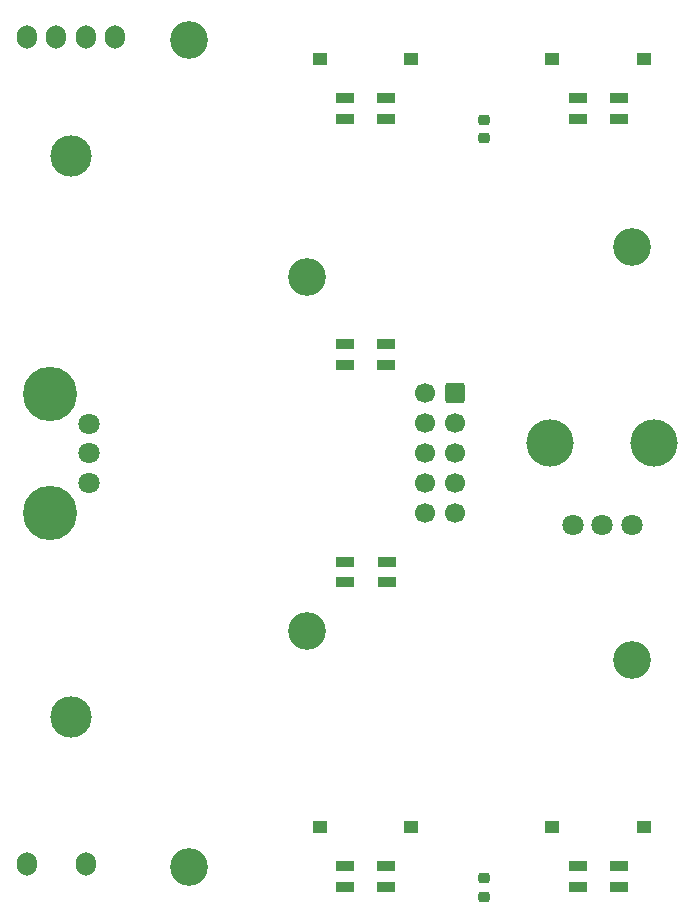
<source format=gbr>
%TF.GenerationSoftware,KiCad,Pcbnew,8.0.8*%
%TF.CreationDate,2025-04-07T16:00:04+02:00*%
%TF.ProjectId,tv25-tbar,74763235-2d74-4626-9172-2e6b69636164,rev?*%
%TF.SameCoordinates,Original*%
%TF.FileFunction,Soldermask,Top*%
%TF.FilePolarity,Negative*%
%FSLAX46Y46*%
G04 Gerber Fmt 4.6, Leading zero omitted, Abs format (unit mm)*
G04 Created by KiCad (PCBNEW 8.0.8) date 2025-04-07 16:00:04*
%MOMM*%
%LPD*%
G01*
G04 APERTURE LIST*
G04 Aperture macros list*
%AMRoundRect*
0 Rectangle with rounded corners*
0 $1 Rounding radius*
0 $2 $3 $4 $5 $6 $7 $8 $9 X,Y pos of 4 corners*
0 Add a 4 corners polygon primitive as box body*
4,1,4,$2,$3,$4,$5,$6,$7,$8,$9,$2,$3,0*
0 Add four circle primitives for the rounded corners*
1,1,$1+$1,$2,$3*
1,1,$1+$1,$4,$5*
1,1,$1+$1,$6,$7*
1,1,$1+$1,$8,$9*
0 Add four rect primitives between the rounded corners*
20,1,$1+$1,$2,$3,$4,$5,0*
20,1,$1+$1,$4,$5,$6,$7,0*
20,1,$1+$1,$6,$7,$8,$9,0*
20,1,$1+$1,$8,$9,$2,$3,0*%
G04 Aperture macros list end*
%ADD10C,3.200000*%
%ADD11O,1.700000X2.000000*%
%ADD12C,3.500000*%
%ADD13C,4.000000*%
%ADD14C,1.800000*%
%ADD15C,4.600000*%
%ADD16R,1.250000X1.000000*%
%ADD17RoundRect,0.225000X0.250000X-0.225000X0.250000X0.225000X-0.250000X0.225000X-0.250000X-0.225000X0*%
%ADD18R,1.600000X0.850000*%
%ADD19RoundRect,0.250000X0.600000X0.600000X-0.600000X0.600000X-0.600000X-0.600000X0.600000X-0.600000X0*%
%ADD20C,1.700000*%
G04 APERTURE END LIST*
D10*
%TO.C,H6*%
X155000000Y-152500000D03*
%TD*%
%TO.C,H5*%
X155000000Y-117500000D03*
%TD*%
%TO.C,H4*%
X127500000Y-120000000D03*
%TD*%
D11*
%TO.C,RV3*%
X111250000Y-99750000D03*
X108750000Y-99750000D03*
X106250000Y-99750000D03*
X103750000Y-99750000D03*
X108750000Y-169750000D03*
X103750000Y-169750000D03*
D12*
X107500000Y-109750000D03*
X107500000Y-157250000D03*
%TD*%
D13*
%TO.C,RV2*%
X148100000Y-134050000D03*
X156900000Y-134050000D03*
D14*
X155000000Y-141050000D03*
X152500000Y-141050000D03*
X150000000Y-141050000D03*
%TD*%
%TO.C,RV1*%
X109000000Y-132475000D03*
X109000000Y-134975000D03*
X109000000Y-137475000D03*
D15*
X105700000Y-129975000D03*
X105700000Y-139975000D03*
%TD*%
D16*
%TO.C,SW3*%
X148275000Y-101586668D03*
X156025000Y-101586668D03*
%TD*%
%TO.C,SW1*%
X136325000Y-166586668D03*
X128575000Y-166586668D03*
%TD*%
%TO.C,SW4*%
X148275000Y-166586668D03*
X156025000Y-166586668D03*
%TD*%
D10*
%TO.C,H2*%
X117500000Y-100000000D03*
%TD*%
%TO.C,H1*%
X117500000Y-170000000D03*
%TD*%
D17*
%TO.C,C1*%
X142500000Y-172500000D03*
X142500000Y-170950000D03*
%TD*%
D18*
%TO.C,D5*%
X130700000Y-127500000D03*
X130700000Y-125750000D03*
X134200000Y-125750000D03*
X134200000Y-127500000D03*
%TD*%
%TO.C,D4*%
X153900000Y-171666668D03*
X153900000Y-169916668D03*
X150400000Y-169916668D03*
X150400000Y-171666668D03*
%TD*%
%TO.C,D3*%
X153900000Y-106666668D03*
X153900000Y-104916668D03*
X150400000Y-104916668D03*
X150400000Y-106666668D03*
%TD*%
%TO.C,D1*%
X130700000Y-171666668D03*
X130700000Y-169916668D03*
X134200000Y-169916668D03*
X134200000Y-171666668D03*
%TD*%
%TO.C,D6*%
X130750000Y-145875000D03*
X130750000Y-144125000D03*
X134250000Y-144125000D03*
X134250000Y-145875000D03*
%TD*%
D17*
%TO.C,C2*%
X142500000Y-108275000D03*
X142500000Y-106725000D03*
%TD*%
D10*
%TO.C,H3*%
X127500000Y-150000000D03*
%TD*%
D16*
%TO.C,SW2*%
X136325000Y-101586668D03*
X128575000Y-101586668D03*
%TD*%
D18*
%TO.C,D2*%
X130700000Y-106666668D03*
X130700000Y-104916668D03*
X134200000Y-104916668D03*
X134200000Y-106666668D03*
%TD*%
D19*
%TO.C,J1*%
X140000000Y-129840000D03*
D20*
X137460000Y-129840000D03*
X140000000Y-132380000D03*
X137460000Y-132380000D03*
X140000000Y-134920000D03*
X137460000Y-134920000D03*
X140000000Y-137460000D03*
X137460000Y-137460000D03*
X140000000Y-140000000D03*
X137460000Y-140000000D03*
%TD*%
M02*

</source>
